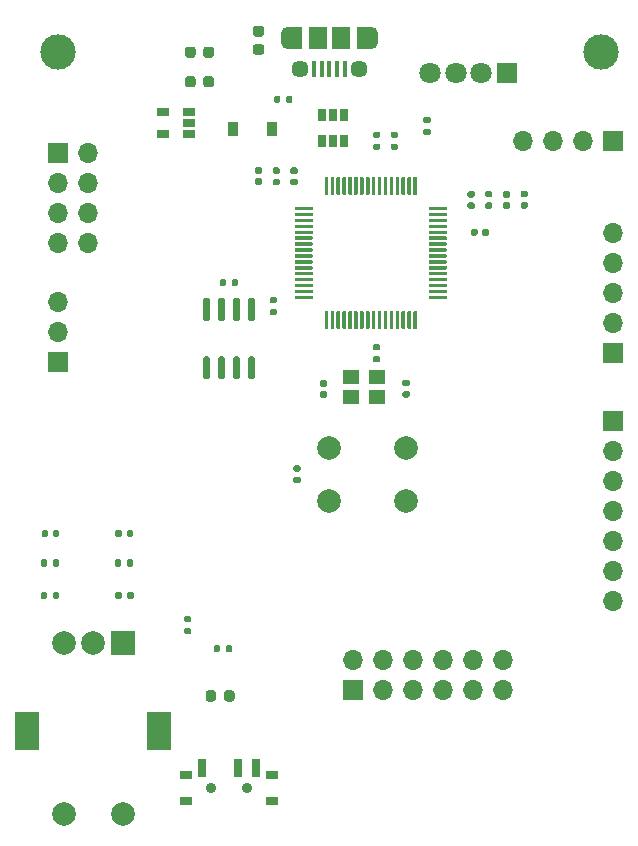
<source format=gbr>
%TF.GenerationSoftware,KiCad,Pcbnew,(5.1.10)-1*%
%TF.CreationDate,2021-11-12T17:46:38-08:00*%
%TF.ProjectId,mouse_proj,6d6f7573-655f-4707-926f-6a2e6b696361,rev?*%
%TF.SameCoordinates,Original*%
%TF.FileFunction,Soldermask,Top*%
%TF.FilePolarity,Negative*%
%FSLAX46Y46*%
G04 Gerber Fmt 4.6, Leading zero omitted, Abs format (unit mm)*
G04 Created by KiCad (PCBNEW (5.1.10)-1) date 2021-11-12 17:46:38*
%MOMM*%
%LPD*%
G01*
G04 APERTURE LIST*
%ADD10C,2.000000*%
%ADD11R,1.800000X1.800000*%
%ADD12C,1.800000*%
%ADD13R,1.500000X1.900000*%
%ADD14C,1.450000*%
%ADD15R,0.400000X1.350000*%
%ADD16O,1.200000X1.900000*%
%ADD17R,1.200000X1.900000*%
%ADD18R,1.700000X1.700000*%
%ADD19O,1.700000X1.700000*%
%ADD20C,0.900000*%
%ADD21R,0.700000X1.500000*%
%ADD22R,1.000000X0.800000*%
%ADD23R,2.000000X3.200000*%
%ADD24R,2.000000X2.000000*%
%ADD25C,3.000000*%
%ADD26R,0.650000X1.060000*%
%ADD27R,0.900000X1.200000*%
%ADD28R,1.060000X0.650000*%
%ADD29R,1.400000X1.200000*%
G04 APERTURE END LIST*
%TO.C,U3*%
G36*
G01*
X216825000Y-77450000D02*
X216675000Y-77450000D01*
G75*
G02*
X216600000Y-77375000I0J75000D01*
G01*
X216600000Y-75975000D01*
G75*
G02*
X216675000Y-75900000I75000J0D01*
G01*
X216825000Y-75900000D01*
G75*
G02*
X216900000Y-75975000I0J-75000D01*
G01*
X216900000Y-77375000D01*
G75*
G02*
X216825000Y-77450000I-75000J0D01*
G01*
G37*
G36*
G01*
X217325000Y-77450000D02*
X217175000Y-77450000D01*
G75*
G02*
X217100000Y-77375000I0J75000D01*
G01*
X217100000Y-75975000D01*
G75*
G02*
X217175000Y-75900000I75000J0D01*
G01*
X217325000Y-75900000D01*
G75*
G02*
X217400000Y-75975000I0J-75000D01*
G01*
X217400000Y-77375000D01*
G75*
G02*
X217325000Y-77450000I-75000J0D01*
G01*
G37*
G36*
G01*
X217825000Y-77450000D02*
X217675000Y-77450000D01*
G75*
G02*
X217600000Y-77375000I0J75000D01*
G01*
X217600000Y-75975000D01*
G75*
G02*
X217675000Y-75900000I75000J0D01*
G01*
X217825000Y-75900000D01*
G75*
G02*
X217900000Y-75975000I0J-75000D01*
G01*
X217900000Y-77375000D01*
G75*
G02*
X217825000Y-77450000I-75000J0D01*
G01*
G37*
G36*
G01*
X218325000Y-77450000D02*
X218175000Y-77450000D01*
G75*
G02*
X218100000Y-77375000I0J75000D01*
G01*
X218100000Y-75975000D01*
G75*
G02*
X218175000Y-75900000I75000J0D01*
G01*
X218325000Y-75900000D01*
G75*
G02*
X218400000Y-75975000I0J-75000D01*
G01*
X218400000Y-77375000D01*
G75*
G02*
X218325000Y-77450000I-75000J0D01*
G01*
G37*
G36*
G01*
X218825000Y-77450000D02*
X218675000Y-77450000D01*
G75*
G02*
X218600000Y-77375000I0J75000D01*
G01*
X218600000Y-75975000D01*
G75*
G02*
X218675000Y-75900000I75000J0D01*
G01*
X218825000Y-75900000D01*
G75*
G02*
X218900000Y-75975000I0J-75000D01*
G01*
X218900000Y-77375000D01*
G75*
G02*
X218825000Y-77450000I-75000J0D01*
G01*
G37*
G36*
G01*
X219325000Y-77450000D02*
X219175000Y-77450000D01*
G75*
G02*
X219100000Y-77375000I0J75000D01*
G01*
X219100000Y-75975000D01*
G75*
G02*
X219175000Y-75900000I75000J0D01*
G01*
X219325000Y-75900000D01*
G75*
G02*
X219400000Y-75975000I0J-75000D01*
G01*
X219400000Y-77375000D01*
G75*
G02*
X219325000Y-77450000I-75000J0D01*
G01*
G37*
G36*
G01*
X219825000Y-77450000D02*
X219675000Y-77450000D01*
G75*
G02*
X219600000Y-77375000I0J75000D01*
G01*
X219600000Y-75975000D01*
G75*
G02*
X219675000Y-75900000I75000J0D01*
G01*
X219825000Y-75900000D01*
G75*
G02*
X219900000Y-75975000I0J-75000D01*
G01*
X219900000Y-77375000D01*
G75*
G02*
X219825000Y-77450000I-75000J0D01*
G01*
G37*
G36*
G01*
X220325000Y-77450000D02*
X220175000Y-77450000D01*
G75*
G02*
X220100000Y-77375000I0J75000D01*
G01*
X220100000Y-75975000D01*
G75*
G02*
X220175000Y-75900000I75000J0D01*
G01*
X220325000Y-75900000D01*
G75*
G02*
X220400000Y-75975000I0J-75000D01*
G01*
X220400000Y-77375000D01*
G75*
G02*
X220325000Y-77450000I-75000J0D01*
G01*
G37*
G36*
G01*
X220825000Y-77450000D02*
X220675000Y-77450000D01*
G75*
G02*
X220600000Y-77375000I0J75000D01*
G01*
X220600000Y-75975000D01*
G75*
G02*
X220675000Y-75900000I75000J0D01*
G01*
X220825000Y-75900000D01*
G75*
G02*
X220900000Y-75975000I0J-75000D01*
G01*
X220900000Y-77375000D01*
G75*
G02*
X220825000Y-77450000I-75000J0D01*
G01*
G37*
G36*
G01*
X221325000Y-77450000D02*
X221175000Y-77450000D01*
G75*
G02*
X221100000Y-77375000I0J75000D01*
G01*
X221100000Y-75975000D01*
G75*
G02*
X221175000Y-75900000I75000J0D01*
G01*
X221325000Y-75900000D01*
G75*
G02*
X221400000Y-75975000I0J-75000D01*
G01*
X221400000Y-77375000D01*
G75*
G02*
X221325000Y-77450000I-75000J0D01*
G01*
G37*
G36*
G01*
X221825000Y-77450000D02*
X221675000Y-77450000D01*
G75*
G02*
X221600000Y-77375000I0J75000D01*
G01*
X221600000Y-75975000D01*
G75*
G02*
X221675000Y-75900000I75000J0D01*
G01*
X221825000Y-75900000D01*
G75*
G02*
X221900000Y-75975000I0J-75000D01*
G01*
X221900000Y-77375000D01*
G75*
G02*
X221825000Y-77450000I-75000J0D01*
G01*
G37*
G36*
G01*
X222325000Y-77450000D02*
X222175000Y-77450000D01*
G75*
G02*
X222100000Y-77375000I0J75000D01*
G01*
X222100000Y-75975000D01*
G75*
G02*
X222175000Y-75900000I75000J0D01*
G01*
X222325000Y-75900000D01*
G75*
G02*
X222400000Y-75975000I0J-75000D01*
G01*
X222400000Y-77375000D01*
G75*
G02*
X222325000Y-77450000I-75000J0D01*
G01*
G37*
G36*
G01*
X222825000Y-77450000D02*
X222675000Y-77450000D01*
G75*
G02*
X222600000Y-77375000I0J75000D01*
G01*
X222600000Y-75975000D01*
G75*
G02*
X222675000Y-75900000I75000J0D01*
G01*
X222825000Y-75900000D01*
G75*
G02*
X222900000Y-75975000I0J-75000D01*
G01*
X222900000Y-77375000D01*
G75*
G02*
X222825000Y-77450000I-75000J0D01*
G01*
G37*
G36*
G01*
X223325000Y-77450000D02*
X223175000Y-77450000D01*
G75*
G02*
X223100000Y-77375000I0J75000D01*
G01*
X223100000Y-75975000D01*
G75*
G02*
X223175000Y-75900000I75000J0D01*
G01*
X223325000Y-75900000D01*
G75*
G02*
X223400000Y-75975000I0J-75000D01*
G01*
X223400000Y-77375000D01*
G75*
G02*
X223325000Y-77450000I-75000J0D01*
G01*
G37*
G36*
G01*
X223825000Y-77450000D02*
X223675000Y-77450000D01*
G75*
G02*
X223600000Y-77375000I0J75000D01*
G01*
X223600000Y-75975000D01*
G75*
G02*
X223675000Y-75900000I75000J0D01*
G01*
X223825000Y-75900000D01*
G75*
G02*
X223900000Y-75975000I0J-75000D01*
G01*
X223900000Y-77375000D01*
G75*
G02*
X223825000Y-77450000I-75000J0D01*
G01*
G37*
G36*
G01*
X224325000Y-77450000D02*
X224175000Y-77450000D01*
G75*
G02*
X224100000Y-77375000I0J75000D01*
G01*
X224100000Y-75975000D01*
G75*
G02*
X224175000Y-75900000I75000J0D01*
G01*
X224325000Y-75900000D01*
G75*
G02*
X224400000Y-75975000I0J-75000D01*
G01*
X224400000Y-77375000D01*
G75*
G02*
X224325000Y-77450000I-75000J0D01*
G01*
G37*
G36*
G01*
X226875000Y-74900000D02*
X225475000Y-74900000D01*
G75*
G02*
X225400000Y-74825000I0J75000D01*
G01*
X225400000Y-74675000D01*
G75*
G02*
X225475000Y-74600000I75000J0D01*
G01*
X226875000Y-74600000D01*
G75*
G02*
X226950000Y-74675000I0J-75000D01*
G01*
X226950000Y-74825000D01*
G75*
G02*
X226875000Y-74900000I-75000J0D01*
G01*
G37*
G36*
G01*
X226875000Y-74400000D02*
X225475000Y-74400000D01*
G75*
G02*
X225400000Y-74325000I0J75000D01*
G01*
X225400000Y-74175000D01*
G75*
G02*
X225475000Y-74100000I75000J0D01*
G01*
X226875000Y-74100000D01*
G75*
G02*
X226950000Y-74175000I0J-75000D01*
G01*
X226950000Y-74325000D01*
G75*
G02*
X226875000Y-74400000I-75000J0D01*
G01*
G37*
G36*
G01*
X226875000Y-73900000D02*
X225475000Y-73900000D01*
G75*
G02*
X225400000Y-73825000I0J75000D01*
G01*
X225400000Y-73675000D01*
G75*
G02*
X225475000Y-73600000I75000J0D01*
G01*
X226875000Y-73600000D01*
G75*
G02*
X226950000Y-73675000I0J-75000D01*
G01*
X226950000Y-73825000D01*
G75*
G02*
X226875000Y-73900000I-75000J0D01*
G01*
G37*
G36*
G01*
X226875000Y-73400000D02*
X225475000Y-73400000D01*
G75*
G02*
X225400000Y-73325000I0J75000D01*
G01*
X225400000Y-73175000D01*
G75*
G02*
X225475000Y-73100000I75000J0D01*
G01*
X226875000Y-73100000D01*
G75*
G02*
X226950000Y-73175000I0J-75000D01*
G01*
X226950000Y-73325000D01*
G75*
G02*
X226875000Y-73400000I-75000J0D01*
G01*
G37*
G36*
G01*
X226875000Y-72900000D02*
X225475000Y-72900000D01*
G75*
G02*
X225400000Y-72825000I0J75000D01*
G01*
X225400000Y-72675000D01*
G75*
G02*
X225475000Y-72600000I75000J0D01*
G01*
X226875000Y-72600000D01*
G75*
G02*
X226950000Y-72675000I0J-75000D01*
G01*
X226950000Y-72825000D01*
G75*
G02*
X226875000Y-72900000I-75000J0D01*
G01*
G37*
G36*
G01*
X226875000Y-72400000D02*
X225475000Y-72400000D01*
G75*
G02*
X225400000Y-72325000I0J75000D01*
G01*
X225400000Y-72175000D01*
G75*
G02*
X225475000Y-72100000I75000J0D01*
G01*
X226875000Y-72100000D01*
G75*
G02*
X226950000Y-72175000I0J-75000D01*
G01*
X226950000Y-72325000D01*
G75*
G02*
X226875000Y-72400000I-75000J0D01*
G01*
G37*
G36*
G01*
X226875000Y-71900000D02*
X225475000Y-71900000D01*
G75*
G02*
X225400000Y-71825000I0J75000D01*
G01*
X225400000Y-71675000D01*
G75*
G02*
X225475000Y-71600000I75000J0D01*
G01*
X226875000Y-71600000D01*
G75*
G02*
X226950000Y-71675000I0J-75000D01*
G01*
X226950000Y-71825000D01*
G75*
G02*
X226875000Y-71900000I-75000J0D01*
G01*
G37*
G36*
G01*
X226875000Y-71400000D02*
X225475000Y-71400000D01*
G75*
G02*
X225400000Y-71325000I0J75000D01*
G01*
X225400000Y-71175000D01*
G75*
G02*
X225475000Y-71100000I75000J0D01*
G01*
X226875000Y-71100000D01*
G75*
G02*
X226950000Y-71175000I0J-75000D01*
G01*
X226950000Y-71325000D01*
G75*
G02*
X226875000Y-71400000I-75000J0D01*
G01*
G37*
G36*
G01*
X226875000Y-70900000D02*
X225475000Y-70900000D01*
G75*
G02*
X225400000Y-70825000I0J75000D01*
G01*
X225400000Y-70675000D01*
G75*
G02*
X225475000Y-70600000I75000J0D01*
G01*
X226875000Y-70600000D01*
G75*
G02*
X226950000Y-70675000I0J-75000D01*
G01*
X226950000Y-70825000D01*
G75*
G02*
X226875000Y-70900000I-75000J0D01*
G01*
G37*
G36*
G01*
X226875000Y-70400000D02*
X225475000Y-70400000D01*
G75*
G02*
X225400000Y-70325000I0J75000D01*
G01*
X225400000Y-70175000D01*
G75*
G02*
X225475000Y-70100000I75000J0D01*
G01*
X226875000Y-70100000D01*
G75*
G02*
X226950000Y-70175000I0J-75000D01*
G01*
X226950000Y-70325000D01*
G75*
G02*
X226875000Y-70400000I-75000J0D01*
G01*
G37*
G36*
G01*
X226875000Y-69900000D02*
X225475000Y-69900000D01*
G75*
G02*
X225400000Y-69825000I0J75000D01*
G01*
X225400000Y-69675000D01*
G75*
G02*
X225475000Y-69600000I75000J0D01*
G01*
X226875000Y-69600000D01*
G75*
G02*
X226950000Y-69675000I0J-75000D01*
G01*
X226950000Y-69825000D01*
G75*
G02*
X226875000Y-69900000I-75000J0D01*
G01*
G37*
G36*
G01*
X226875000Y-69400000D02*
X225475000Y-69400000D01*
G75*
G02*
X225400000Y-69325000I0J75000D01*
G01*
X225400000Y-69175000D01*
G75*
G02*
X225475000Y-69100000I75000J0D01*
G01*
X226875000Y-69100000D01*
G75*
G02*
X226950000Y-69175000I0J-75000D01*
G01*
X226950000Y-69325000D01*
G75*
G02*
X226875000Y-69400000I-75000J0D01*
G01*
G37*
G36*
G01*
X226875000Y-68900000D02*
X225475000Y-68900000D01*
G75*
G02*
X225400000Y-68825000I0J75000D01*
G01*
X225400000Y-68675000D01*
G75*
G02*
X225475000Y-68600000I75000J0D01*
G01*
X226875000Y-68600000D01*
G75*
G02*
X226950000Y-68675000I0J-75000D01*
G01*
X226950000Y-68825000D01*
G75*
G02*
X226875000Y-68900000I-75000J0D01*
G01*
G37*
G36*
G01*
X226875000Y-68400000D02*
X225475000Y-68400000D01*
G75*
G02*
X225400000Y-68325000I0J75000D01*
G01*
X225400000Y-68175000D01*
G75*
G02*
X225475000Y-68100000I75000J0D01*
G01*
X226875000Y-68100000D01*
G75*
G02*
X226950000Y-68175000I0J-75000D01*
G01*
X226950000Y-68325000D01*
G75*
G02*
X226875000Y-68400000I-75000J0D01*
G01*
G37*
G36*
G01*
X226875000Y-67900000D02*
X225475000Y-67900000D01*
G75*
G02*
X225400000Y-67825000I0J75000D01*
G01*
X225400000Y-67675000D01*
G75*
G02*
X225475000Y-67600000I75000J0D01*
G01*
X226875000Y-67600000D01*
G75*
G02*
X226950000Y-67675000I0J-75000D01*
G01*
X226950000Y-67825000D01*
G75*
G02*
X226875000Y-67900000I-75000J0D01*
G01*
G37*
G36*
G01*
X226875000Y-67400000D02*
X225475000Y-67400000D01*
G75*
G02*
X225400000Y-67325000I0J75000D01*
G01*
X225400000Y-67175000D01*
G75*
G02*
X225475000Y-67100000I75000J0D01*
G01*
X226875000Y-67100000D01*
G75*
G02*
X226950000Y-67175000I0J-75000D01*
G01*
X226950000Y-67325000D01*
G75*
G02*
X226875000Y-67400000I-75000J0D01*
G01*
G37*
G36*
G01*
X224325000Y-66100000D02*
X224175000Y-66100000D01*
G75*
G02*
X224100000Y-66025000I0J75000D01*
G01*
X224100000Y-64625000D01*
G75*
G02*
X224175000Y-64550000I75000J0D01*
G01*
X224325000Y-64550000D01*
G75*
G02*
X224400000Y-64625000I0J-75000D01*
G01*
X224400000Y-66025000D01*
G75*
G02*
X224325000Y-66100000I-75000J0D01*
G01*
G37*
G36*
G01*
X223825000Y-66100000D02*
X223675000Y-66100000D01*
G75*
G02*
X223600000Y-66025000I0J75000D01*
G01*
X223600000Y-64625000D01*
G75*
G02*
X223675000Y-64550000I75000J0D01*
G01*
X223825000Y-64550000D01*
G75*
G02*
X223900000Y-64625000I0J-75000D01*
G01*
X223900000Y-66025000D01*
G75*
G02*
X223825000Y-66100000I-75000J0D01*
G01*
G37*
G36*
G01*
X223325000Y-66100000D02*
X223175000Y-66100000D01*
G75*
G02*
X223100000Y-66025000I0J75000D01*
G01*
X223100000Y-64625000D01*
G75*
G02*
X223175000Y-64550000I75000J0D01*
G01*
X223325000Y-64550000D01*
G75*
G02*
X223400000Y-64625000I0J-75000D01*
G01*
X223400000Y-66025000D01*
G75*
G02*
X223325000Y-66100000I-75000J0D01*
G01*
G37*
G36*
G01*
X222825000Y-66100000D02*
X222675000Y-66100000D01*
G75*
G02*
X222600000Y-66025000I0J75000D01*
G01*
X222600000Y-64625000D01*
G75*
G02*
X222675000Y-64550000I75000J0D01*
G01*
X222825000Y-64550000D01*
G75*
G02*
X222900000Y-64625000I0J-75000D01*
G01*
X222900000Y-66025000D01*
G75*
G02*
X222825000Y-66100000I-75000J0D01*
G01*
G37*
G36*
G01*
X222325000Y-66100000D02*
X222175000Y-66100000D01*
G75*
G02*
X222100000Y-66025000I0J75000D01*
G01*
X222100000Y-64625000D01*
G75*
G02*
X222175000Y-64550000I75000J0D01*
G01*
X222325000Y-64550000D01*
G75*
G02*
X222400000Y-64625000I0J-75000D01*
G01*
X222400000Y-66025000D01*
G75*
G02*
X222325000Y-66100000I-75000J0D01*
G01*
G37*
G36*
G01*
X221825000Y-66100000D02*
X221675000Y-66100000D01*
G75*
G02*
X221600000Y-66025000I0J75000D01*
G01*
X221600000Y-64625000D01*
G75*
G02*
X221675000Y-64550000I75000J0D01*
G01*
X221825000Y-64550000D01*
G75*
G02*
X221900000Y-64625000I0J-75000D01*
G01*
X221900000Y-66025000D01*
G75*
G02*
X221825000Y-66100000I-75000J0D01*
G01*
G37*
G36*
G01*
X221325000Y-66100000D02*
X221175000Y-66100000D01*
G75*
G02*
X221100000Y-66025000I0J75000D01*
G01*
X221100000Y-64625000D01*
G75*
G02*
X221175000Y-64550000I75000J0D01*
G01*
X221325000Y-64550000D01*
G75*
G02*
X221400000Y-64625000I0J-75000D01*
G01*
X221400000Y-66025000D01*
G75*
G02*
X221325000Y-66100000I-75000J0D01*
G01*
G37*
G36*
G01*
X220825000Y-66100000D02*
X220675000Y-66100000D01*
G75*
G02*
X220600000Y-66025000I0J75000D01*
G01*
X220600000Y-64625000D01*
G75*
G02*
X220675000Y-64550000I75000J0D01*
G01*
X220825000Y-64550000D01*
G75*
G02*
X220900000Y-64625000I0J-75000D01*
G01*
X220900000Y-66025000D01*
G75*
G02*
X220825000Y-66100000I-75000J0D01*
G01*
G37*
G36*
G01*
X220325000Y-66100000D02*
X220175000Y-66100000D01*
G75*
G02*
X220100000Y-66025000I0J75000D01*
G01*
X220100000Y-64625000D01*
G75*
G02*
X220175000Y-64550000I75000J0D01*
G01*
X220325000Y-64550000D01*
G75*
G02*
X220400000Y-64625000I0J-75000D01*
G01*
X220400000Y-66025000D01*
G75*
G02*
X220325000Y-66100000I-75000J0D01*
G01*
G37*
G36*
G01*
X219825000Y-66100000D02*
X219675000Y-66100000D01*
G75*
G02*
X219600000Y-66025000I0J75000D01*
G01*
X219600000Y-64625000D01*
G75*
G02*
X219675000Y-64550000I75000J0D01*
G01*
X219825000Y-64550000D01*
G75*
G02*
X219900000Y-64625000I0J-75000D01*
G01*
X219900000Y-66025000D01*
G75*
G02*
X219825000Y-66100000I-75000J0D01*
G01*
G37*
G36*
G01*
X219325000Y-66100000D02*
X219175000Y-66100000D01*
G75*
G02*
X219100000Y-66025000I0J75000D01*
G01*
X219100000Y-64625000D01*
G75*
G02*
X219175000Y-64550000I75000J0D01*
G01*
X219325000Y-64550000D01*
G75*
G02*
X219400000Y-64625000I0J-75000D01*
G01*
X219400000Y-66025000D01*
G75*
G02*
X219325000Y-66100000I-75000J0D01*
G01*
G37*
G36*
G01*
X218825000Y-66100000D02*
X218675000Y-66100000D01*
G75*
G02*
X218600000Y-66025000I0J75000D01*
G01*
X218600000Y-64625000D01*
G75*
G02*
X218675000Y-64550000I75000J0D01*
G01*
X218825000Y-64550000D01*
G75*
G02*
X218900000Y-64625000I0J-75000D01*
G01*
X218900000Y-66025000D01*
G75*
G02*
X218825000Y-66100000I-75000J0D01*
G01*
G37*
G36*
G01*
X218325000Y-66100000D02*
X218175000Y-66100000D01*
G75*
G02*
X218100000Y-66025000I0J75000D01*
G01*
X218100000Y-64625000D01*
G75*
G02*
X218175000Y-64550000I75000J0D01*
G01*
X218325000Y-64550000D01*
G75*
G02*
X218400000Y-64625000I0J-75000D01*
G01*
X218400000Y-66025000D01*
G75*
G02*
X218325000Y-66100000I-75000J0D01*
G01*
G37*
G36*
G01*
X217825000Y-66100000D02*
X217675000Y-66100000D01*
G75*
G02*
X217600000Y-66025000I0J75000D01*
G01*
X217600000Y-64625000D01*
G75*
G02*
X217675000Y-64550000I75000J0D01*
G01*
X217825000Y-64550000D01*
G75*
G02*
X217900000Y-64625000I0J-75000D01*
G01*
X217900000Y-66025000D01*
G75*
G02*
X217825000Y-66100000I-75000J0D01*
G01*
G37*
G36*
G01*
X217325000Y-66100000D02*
X217175000Y-66100000D01*
G75*
G02*
X217100000Y-66025000I0J75000D01*
G01*
X217100000Y-64625000D01*
G75*
G02*
X217175000Y-64550000I75000J0D01*
G01*
X217325000Y-64550000D01*
G75*
G02*
X217400000Y-64625000I0J-75000D01*
G01*
X217400000Y-66025000D01*
G75*
G02*
X217325000Y-66100000I-75000J0D01*
G01*
G37*
G36*
G01*
X216825000Y-66100000D02*
X216675000Y-66100000D01*
G75*
G02*
X216600000Y-66025000I0J75000D01*
G01*
X216600000Y-64625000D01*
G75*
G02*
X216675000Y-64550000I75000J0D01*
G01*
X216825000Y-64550000D01*
G75*
G02*
X216900000Y-64625000I0J-75000D01*
G01*
X216900000Y-66025000D01*
G75*
G02*
X216825000Y-66100000I-75000J0D01*
G01*
G37*
G36*
G01*
X215525000Y-67400000D02*
X214125000Y-67400000D01*
G75*
G02*
X214050000Y-67325000I0J75000D01*
G01*
X214050000Y-67175000D01*
G75*
G02*
X214125000Y-67100000I75000J0D01*
G01*
X215525000Y-67100000D01*
G75*
G02*
X215600000Y-67175000I0J-75000D01*
G01*
X215600000Y-67325000D01*
G75*
G02*
X215525000Y-67400000I-75000J0D01*
G01*
G37*
G36*
G01*
X215525000Y-67900000D02*
X214125000Y-67900000D01*
G75*
G02*
X214050000Y-67825000I0J75000D01*
G01*
X214050000Y-67675000D01*
G75*
G02*
X214125000Y-67600000I75000J0D01*
G01*
X215525000Y-67600000D01*
G75*
G02*
X215600000Y-67675000I0J-75000D01*
G01*
X215600000Y-67825000D01*
G75*
G02*
X215525000Y-67900000I-75000J0D01*
G01*
G37*
G36*
G01*
X215525000Y-68400000D02*
X214125000Y-68400000D01*
G75*
G02*
X214050000Y-68325000I0J75000D01*
G01*
X214050000Y-68175000D01*
G75*
G02*
X214125000Y-68100000I75000J0D01*
G01*
X215525000Y-68100000D01*
G75*
G02*
X215600000Y-68175000I0J-75000D01*
G01*
X215600000Y-68325000D01*
G75*
G02*
X215525000Y-68400000I-75000J0D01*
G01*
G37*
G36*
G01*
X215525000Y-68900000D02*
X214125000Y-68900000D01*
G75*
G02*
X214050000Y-68825000I0J75000D01*
G01*
X214050000Y-68675000D01*
G75*
G02*
X214125000Y-68600000I75000J0D01*
G01*
X215525000Y-68600000D01*
G75*
G02*
X215600000Y-68675000I0J-75000D01*
G01*
X215600000Y-68825000D01*
G75*
G02*
X215525000Y-68900000I-75000J0D01*
G01*
G37*
G36*
G01*
X215525000Y-69400000D02*
X214125000Y-69400000D01*
G75*
G02*
X214050000Y-69325000I0J75000D01*
G01*
X214050000Y-69175000D01*
G75*
G02*
X214125000Y-69100000I75000J0D01*
G01*
X215525000Y-69100000D01*
G75*
G02*
X215600000Y-69175000I0J-75000D01*
G01*
X215600000Y-69325000D01*
G75*
G02*
X215525000Y-69400000I-75000J0D01*
G01*
G37*
G36*
G01*
X215525000Y-69900000D02*
X214125000Y-69900000D01*
G75*
G02*
X214050000Y-69825000I0J75000D01*
G01*
X214050000Y-69675000D01*
G75*
G02*
X214125000Y-69600000I75000J0D01*
G01*
X215525000Y-69600000D01*
G75*
G02*
X215600000Y-69675000I0J-75000D01*
G01*
X215600000Y-69825000D01*
G75*
G02*
X215525000Y-69900000I-75000J0D01*
G01*
G37*
G36*
G01*
X215525000Y-70400000D02*
X214125000Y-70400000D01*
G75*
G02*
X214050000Y-70325000I0J75000D01*
G01*
X214050000Y-70175000D01*
G75*
G02*
X214125000Y-70100000I75000J0D01*
G01*
X215525000Y-70100000D01*
G75*
G02*
X215600000Y-70175000I0J-75000D01*
G01*
X215600000Y-70325000D01*
G75*
G02*
X215525000Y-70400000I-75000J0D01*
G01*
G37*
G36*
G01*
X215525000Y-70900000D02*
X214125000Y-70900000D01*
G75*
G02*
X214050000Y-70825000I0J75000D01*
G01*
X214050000Y-70675000D01*
G75*
G02*
X214125000Y-70600000I75000J0D01*
G01*
X215525000Y-70600000D01*
G75*
G02*
X215600000Y-70675000I0J-75000D01*
G01*
X215600000Y-70825000D01*
G75*
G02*
X215525000Y-70900000I-75000J0D01*
G01*
G37*
G36*
G01*
X215525000Y-71400000D02*
X214125000Y-71400000D01*
G75*
G02*
X214050000Y-71325000I0J75000D01*
G01*
X214050000Y-71175000D01*
G75*
G02*
X214125000Y-71100000I75000J0D01*
G01*
X215525000Y-71100000D01*
G75*
G02*
X215600000Y-71175000I0J-75000D01*
G01*
X215600000Y-71325000D01*
G75*
G02*
X215525000Y-71400000I-75000J0D01*
G01*
G37*
G36*
G01*
X215525000Y-71900000D02*
X214125000Y-71900000D01*
G75*
G02*
X214050000Y-71825000I0J75000D01*
G01*
X214050000Y-71675000D01*
G75*
G02*
X214125000Y-71600000I75000J0D01*
G01*
X215525000Y-71600000D01*
G75*
G02*
X215600000Y-71675000I0J-75000D01*
G01*
X215600000Y-71825000D01*
G75*
G02*
X215525000Y-71900000I-75000J0D01*
G01*
G37*
G36*
G01*
X215525000Y-72400000D02*
X214125000Y-72400000D01*
G75*
G02*
X214050000Y-72325000I0J75000D01*
G01*
X214050000Y-72175000D01*
G75*
G02*
X214125000Y-72100000I75000J0D01*
G01*
X215525000Y-72100000D01*
G75*
G02*
X215600000Y-72175000I0J-75000D01*
G01*
X215600000Y-72325000D01*
G75*
G02*
X215525000Y-72400000I-75000J0D01*
G01*
G37*
G36*
G01*
X215525000Y-72900000D02*
X214125000Y-72900000D01*
G75*
G02*
X214050000Y-72825000I0J75000D01*
G01*
X214050000Y-72675000D01*
G75*
G02*
X214125000Y-72600000I75000J0D01*
G01*
X215525000Y-72600000D01*
G75*
G02*
X215600000Y-72675000I0J-75000D01*
G01*
X215600000Y-72825000D01*
G75*
G02*
X215525000Y-72900000I-75000J0D01*
G01*
G37*
G36*
G01*
X215525000Y-73400000D02*
X214125000Y-73400000D01*
G75*
G02*
X214050000Y-73325000I0J75000D01*
G01*
X214050000Y-73175000D01*
G75*
G02*
X214125000Y-73100000I75000J0D01*
G01*
X215525000Y-73100000D01*
G75*
G02*
X215600000Y-73175000I0J-75000D01*
G01*
X215600000Y-73325000D01*
G75*
G02*
X215525000Y-73400000I-75000J0D01*
G01*
G37*
G36*
G01*
X215525000Y-73900000D02*
X214125000Y-73900000D01*
G75*
G02*
X214050000Y-73825000I0J75000D01*
G01*
X214050000Y-73675000D01*
G75*
G02*
X214125000Y-73600000I75000J0D01*
G01*
X215525000Y-73600000D01*
G75*
G02*
X215600000Y-73675000I0J-75000D01*
G01*
X215600000Y-73825000D01*
G75*
G02*
X215525000Y-73900000I-75000J0D01*
G01*
G37*
G36*
G01*
X215525000Y-74400000D02*
X214125000Y-74400000D01*
G75*
G02*
X214050000Y-74325000I0J75000D01*
G01*
X214050000Y-74175000D01*
G75*
G02*
X214125000Y-74100000I75000J0D01*
G01*
X215525000Y-74100000D01*
G75*
G02*
X215600000Y-74175000I0J-75000D01*
G01*
X215600000Y-74325000D01*
G75*
G02*
X215525000Y-74400000I-75000J0D01*
G01*
G37*
G36*
G01*
X215525000Y-74900000D02*
X214125000Y-74900000D01*
G75*
G02*
X214050000Y-74825000I0J75000D01*
G01*
X214050000Y-74675000D01*
G75*
G02*
X214125000Y-74600000I75000J0D01*
G01*
X215525000Y-74600000D01*
G75*
G02*
X215600000Y-74675000I0J-75000D01*
G01*
X215600000Y-74825000D01*
G75*
G02*
X215525000Y-74900000I-75000J0D01*
G01*
G37*
%TD*%
D10*
%TO.C,SW2*%
X223500000Y-87500000D03*
X223500000Y-92000000D03*
X217000000Y-87500000D03*
X217000000Y-92000000D03*
%TD*%
%TO.C,C14*%
G36*
G01*
X230330000Y-66700000D02*
X230670000Y-66700000D01*
G75*
G02*
X230810000Y-66840000I0J-140000D01*
G01*
X230810000Y-67120000D01*
G75*
G02*
X230670000Y-67260000I-140000J0D01*
G01*
X230330000Y-67260000D01*
G75*
G02*
X230190000Y-67120000I0J140000D01*
G01*
X230190000Y-66840000D01*
G75*
G02*
X230330000Y-66700000I140000J0D01*
G01*
G37*
G36*
G01*
X230330000Y-65740000D02*
X230670000Y-65740000D01*
G75*
G02*
X230810000Y-65880000I0J-140000D01*
G01*
X230810000Y-66160000D01*
G75*
G02*
X230670000Y-66300000I-140000J0D01*
G01*
X230330000Y-66300000D01*
G75*
G02*
X230190000Y-66160000I0J140000D01*
G01*
X230190000Y-65880000D01*
G75*
G02*
X230330000Y-65740000I140000J0D01*
G01*
G37*
%TD*%
%TO.C,C11*%
G36*
G01*
X231830000Y-65760000D02*
X232170000Y-65760000D01*
G75*
G02*
X232310000Y-65900000I0J-140000D01*
G01*
X232310000Y-66180000D01*
G75*
G02*
X232170000Y-66320000I-140000J0D01*
G01*
X231830000Y-66320000D01*
G75*
G02*
X231690000Y-66180000I0J140000D01*
G01*
X231690000Y-65900000D01*
G75*
G02*
X231830000Y-65760000I140000J0D01*
G01*
G37*
G36*
G01*
X231830000Y-66720000D02*
X232170000Y-66720000D01*
G75*
G02*
X232310000Y-66860000I0J-140000D01*
G01*
X232310000Y-67140000D01*
G75*
G02*
X232170000Y-67280000I-140000J0D01*
G01*
X231830000Y-67280000D01*
G75*
G02*
X231690000Y-67140000I0J140000D01*
G01*
X231690000Y-66860000D01*
G75*
G02*
X231830000Y-66720000I140000J0D01*
G01*
G37*
%TD*%
%TO.C,C12*%
G36*
G01*
X233330000Y-66680000D02*
X233670000Y-66680000D01*
G75*
G02*
X233810000Y-66820000I0J-140000D01*
G01*
X233810000Y-67100000D01*
G75*
G02*
X233670000Y-67240000I-140000J0D01*
G01*
X233330000Y-67240000D01*
G75*
G02*
X233190000Y-67100000I0J140000D01*
G01*
X233190000Y-66820000D01*
G75*
G02*
X233330000Y-66680000I140000J0D01*
G01*
G37*
G36*
G01*
X233330000Y-65720000D02*
X233670000Y-65720000D01*
G75*
G02*
X233810000Y-65860000I0J-140000D01*
G01*
X233810000Y-66140000D01*
G75*
G02*
X233670000Y-66280000I-140000J0D01*
G01*
X233330000Y-66280000D01*
G75*
G02*
X233190000Y-66140000I0J140000D01*
G01*
X233190000Y-65860000D01*
G75*
G02*
X233330000Y-65720000I140000J0D01*
G01*
G37*
%TD*%
%TO.C,C13*%
G36*
G01*
X211170000Y-65240000D02*
X210830000Y-65240000D01*
G75*
G02*
X210690000Y-65100000I0J140000D01*
G01*
X210690000Y-64820000D01*
G75*
G02*
X210830000Y-64680000I140000J0D01*
G01*
X211170000Y-64680000D01*
G75*
G02*
X211310000Y-64820000I0J-140000D01*
G01*
X211310000Y-65100000D01*
G75*
G02*
X211170000Y-65240000I-140000J0D01*
G01*
G37*
G36*
G01*
X211170000Y-64280000D02*
X210830000Y-64280000D01*
G75*
G02*
X210690000Y-64140000I0J140000D01*
G01*
X210690000Y-63860000D01*
G75*
G02*
X210830000Y-63720000I140000J0D01*
G01*
X211170000Y-63720000D01*
G75*
G02*
X211310000Y-63860000I0J-140000D01*
G01*
X211310000Y-64140000D01*
G75*
G02*
X211170000Y-64280000I-140000J0D01*
G01*
G37*
%TD*%
%TO.C,C9*%
G36*
G01*
X212670000Y-65280000D02*
X212330000Y-65280000D01*
G75*
G02*
X212190000Y-65140000I0J140000D01*
G01*
X212190000Y-64860000D01*
G75*
G02*
X212330000Y-64720000I140000J0D01*
G01*
X212670000Y-64720000D01*
G75*
G02*
X212810000Y-64860000I0J-140000D01*
G01*
X212810000Y-65140000D01*
G75*
G02*
X212670000Y-65280000I-140000J0D01*
G01*
G37*
G36*
G01*
X212670000Y-64320000D02*
X212330000Y-64320000D01*
G75*
G02*
X212190000Y-64180000I0J140000D01*
G01*
X212190000Y-63900000D01*
G75*
G02*
X212330000Y-63760000I140000J0D01*
G01*
X212670000Y-63760000D01*
G75*
G02*
X212810000Y-63900000I0J-140000D01*
G01*
X212810000Y-64180000D01*
G75*
G02*
X212670000Y-64320000I-140000J0D01*
G01*
G37*
%TD*%
%TO.C,C10*%
G36*
G01*
X214170000Y-64320000D02*
X213830000Y-64320000D01*
G75*
G02*
X213690000Y-64180000I0J140000D01*
G01*
X213690000Y-63900000D01*
G75*
G02*
X213830000Y-63760000I140000J0D01*
G01*
X214170000Y-63760000D01*
G75*
G02*
X214310000Y-63900000I0J-140000D01*
G01*
X214310000Y-64180000D01*
G75*
G02*
X214170000Y-64320000I-140000J0D01*
G01*
G37*
G36*
G01*
X214170000Y-65280000D02*
X213830000Y-65280000D01*
G75*
G02*
X213690000Y-65140000I0J140000D01*
G01*
X213690000Y-64860000D01*
G75*
G02*
X213830000Y-64720000I140000J0D01*
G01*
X214170000Y-64720000D01*
G75*
G02*
X214310000Y-64860000I0J-140000D01*
G01*
X214310000Y-65140000D01*
G75*
G02*
X214170000Y-65280000I-140000J0D01*
G01*
G37*
%TD*%
%TO.C,C7*%
G36*
G01*
X228830000Y-65760000D02*
X229170000Y-65760000D01*
G75*
G02*
X229310000Y-65900000I0J-140000D01*
G01*
X229310000Y-66180000D01*
G75*
G02*
X229170000Y-66320000I-140000J0D01*
G01*
X228830000Y-66320000D01*
G75*
G02*
X228690000Y-66180000I0J140000D01*
G01*
X228690000Y-65900000D01*
G75*
G02*
X228830000Y-65760000I140000J0D01*
G01*
G37*
G36*
G01*
X228830000Y-66720000D02*
X229170000Y-66720000D01*
G75*
G02*
X229310000Y-66860000I0J-140000D01*
G01*
X229310000Y-67140000D01*
G75*
G02*
X229170000Y-67280000I-140000J0D01*
G01*
X228830000Y-67280000D01*
G75*
G02*
X228690000Y-67140000I0J140000D01*
G01*
X228690000Y-66860000D01*
G75*
G02*
X228830000Y-66720000I140000J0D01*
G01*
G37*
%TD*%
D11*
%TO.C,D2*%
X232000000Y-55750000D03*
D12*
X229841000Y-55750000D03*
X227682000Y-55750000D03*
X225523000Y-55750000D03*
%TD*%
D13*
%TO.C,J1*%
X216000000Y-52762500D03*
D14*
X219500000Y-55462500D03*
D15*
X217650000Y-55462500D03*
X218300000Y-55462500D03*
X215700000Y-55462500D03*
X216350000Y-55462500D03*
X217000000Y-55462500D03*
D14*
X214500000Y-55462500D03*
D13*
X218000000Y-52762500D03*
D16*
X220500000Y-52762500D03*
X213500000Y-52762500D03*
D17*
X214100000Y-52762500D03*
X219900000Y-52762500D03*
%TD*%
D18*
%TO.C,J2*%
X241000000Y-85250000D03*
D19*
X241000000Y-87790000D03*
X241000000Y-90330000D03*
X241000000Y-92870000D03*
X241000000Y-95410000D03*
X241000000Y-97950000D03*
X241000000Y-100490000D03*
%TD*%
D18*
%TO.C,J4*%
X194000000Y-80250000D03*
D19*
X194000000Y-77710000D03*
X194000000Y-75170000D03*
%TD*%
D18*
%TO.C,J5*%
X194000000Y-62500000D03*
D19*
X196540000Y-62500000D03*
X194000000Y-65040000D03*
X196540000Y-65040000D03*
X194000000Y-67580000D03*
X196540000Y-67580000D03*
X194000000Y-70120000D03*
X196540000Y-70120000D03*
%TD*%
D20*
%TO.C,SW1*%
X207000000Y-116330000D03*
X210000000Y-116330000D03*
D21*
X206250000Y-114570000D03*
X209250000Y-114570000D03*
X210750000Y-114570000D03*
D22*
X204850000Y-117430000D03*
X212150000Y-117430000D03*
X212150000Y-115220000D03*
X204850000Y-115220000D03*
%TD*%
D10*
%TO.C,SW3*%
X194500000Y-118500000D03*
X199500000Y-118500000D03*
D23*
X191400000Y-111500000D03*
X202600000Y-111500000D03*
D10*
X194500000Y-104000000D03*
X197000000Y-104000000D03*
D24*
X199500000Y-104000000D03*
%TD*%
D25*
%TO.C,TP1*%
X194000000Y-54000000D03*
%TD*%
%TO.C,TP2*%
X240000000Y-54000000D03*
%TD*%
D26*
%TO.C,U1*%
X216375000Y-61525000D03*
X217325000Y-61525000D03*
X218275000Y-61525000D03*
X218275000Y-59325000D03*
X216375000Y-59325000D03*
X217325000Y-59325000D03*
%TD*%
%TO.C,C1*%
G36*
G01*
X216670000Y-82320000D02*
X216330000Y-82320000D01*
G75*
G02*
X216190000Y-82180000I0J140000D01*
G01*
X216190000Y-81900000D01*
G75*
G02*
X216330000Y-81760000I140000J0D01*
G01*
X216670000Y-81760000D01*
G75*
G02*
X216810000Y-81900000I0J-140000D01*
G01*
X216810000Y-82180000D01*
G75*
G02*
X216670000Y-82320000I-140000J0D01*
G01*
G37*
G36*
G01*
X216670000Y-83280000D02*
X216330000Y-83280000D01*
G75*
G02*
X216190000Y-83140000I0J140000D01*
G01*
X216190000Y-82860000D01*
G75*
G02*
X216330000Y-82720000I140000J0D01*
G01*
X216670000Y-82720000D01*
G75*
G02*
X216810000Y-82860000I0J-140000D01*
G01*
X216810000Y-83140000D01*
G75*
G02*
X216670000Y-83280000I-140000J0D01*
G01*
G37*
%TD*%
%TO.C,C2*%
G36*
G01*
X223330000Y-81720000D02*
X223670000Y-81720000D01*
G75*
G02*
X223810000Y-81860000I0J-140000D01*
G01*
X223810000Y-82140000D01*
G75*
G02*
X223670000Y-82280000I-140000J0D01*
G01*
X223330000Y-82280000D01*
G75*
G02*
X223190000Y-82140000I0J140000D01*
G01*
X223190000Y-81860000D01*
G75*
G02*
X223330000Y-81720000I140000J0D01*
G01*
G37*
G36*
G01*
X223330000Y-82680000D02*
X223670000Y-82680000D01*
G75*
G02*
X223810000Y-82820000I0J-140000D01*
G01*
X223810000Y-83100000D01*
G75*
G02*
X223670000Y-83240000I-140000J0D01*
G01*
X223330000Y-83240000D01*
G75*
G02*
X223190000Y-83100000I0J140000D01*
G01*
X223190000Y-82820000D01*
G75*
G02*
X223330000Y-82680000I140000J0D01*
G01*
G37*
%TD*%
%TO.C,C3*%
G36*
G01*
X211250000Y-54225000D02*
X210750000Y-54225000D01*
G75*
G02*
X210525000Y-54000000I0J225000D01*
G01*
X210525000Y-53550000D01*
G75*
G02*
X210750000Y-53325000I225000J0D01*
G01*
X211250000Y-53325000D01*
G75*
G02*
X211475000Y-53550000I0J-225000D01*
G01*
X211475000Y-54000000D01*
G75*
G02*
X211250000Y-54225000I-225000J0D01*
G01*
G37*
G36*
G01*
X211250000Y-52675000D02*
X210750000Y-52675000D01*
G75*
G02*
X210525000Y-52450000I0J225000D01*
G01*
X210525000Y-52000000D01*
G75*
G02*
X210750000Y-51775000I225000J0D01*
G01*
X211250000Y-51775000D01*
G75*
G02*
X211475000Y-52000000I0J-225000D01*
G01*
X211475000Y-52450000D01*
G75*
G02*
X211250000Y-52675000I-225000J0D01*
G01*
G37*
%TD*%
%TO.C,C4*%
G36*
G01*
X205675000Y-53750000D02*
X205675000Y-54250000D01*
G75*
G02*
X205450000Y-54475000I-225000J0D01*
G01*
X205000000Y-54475000D01*
G75*
G02*
X204775000Y-54250000I0J225000D01*
G01*
X204775000Y-53750000D01*
G75*
G02*
X205000000Y-53525000I225000J0D01*
G01*
X205450000Y-53525000D01*
G75*
G02*
X205675000Y-53750000I0J-225000D01*
G01*
G37*
G36*
G01*
X207225000Y-53750000D02*
X207225000Y-54250000D01*
G75*
G02*
X207000000Y-54475000I-225000J0D01*
G01*
X206550000Y-54475000D01*
G75*
G02*
X206325000Y-54250000I0J225000D01*
G01*
X206325000Y-53750000D01*
G75*
G02*
X206550000Y-53525000I225000J0D01*
G01*
X207000000Y-53525000D01*
G75*
G02*
X207225000Y-53750000I0J-225000D01*
G01*
G37*
%TD*%
%TO.C,C5*%
G36*
G01*
X207225000Y-56250000D02*
X207225000Y-56750000D01*
G75*
G02*
X207000000Y-56975000I-225000J0D01*
G01*
X206550000Y-56975000D01*
G75*
G02*
X206325000Y-56750000I0J225000D01*
G01*
X206325000Y-56250000D01*
G75*
G02*
X206550000Y-56025000I225000J0D01*
G01*
X207000000Y-56025000D01*
G75*
G02*
X207225000Y-56250000I0J-225000D01*
G01*
G37*
G36*
G01*
X205675000Y-56250000D02*
X205675000Y-56750000D01*
G75*
G02*
X205450000Y-56975000I-225000J0D01*
G01*
X205000000Y-56975000D01*
G75*
G02*
X204775000Y-56750000I0J225000D01*
G01*
X204775000Y-56250000D01*
G75*
G02*
X205000000Y-56025000I225000J0D01*
G01*
X205450000Y-56025000D01*
G75*
G02*
X205675000Y-56250000I0J-225000D01*
G01*
G37*
%TD*%
%TO.C,C8*%
G36*
G01*
X214080000Y-88970000D02*
X214420000Y-88970000D01*
G75*
G02*
X214560000Y-89110000I0J-140000D01*
G01*
X214560000Y-89390000D01*
G75*
G02*
X214420000Y-89530000I-140000J0D01*
G01*
X214080000Y-89530000D01*
G75*
G02*
X213940000Y-89390000I0J140000D01*
G01*
X213940000Y-89110000D01*
G75*
G02*
X214080000Y-88970000I140000J0D01*
G01*
G37*
G36*
G01*
X214080000Y-89930000D02*
X214420000Y-89930000D01*
G75*
G02*
X214560000Y-90070000I0J-140000D01*
G01*
X214560000Y-90350000D01*
G75*
G02*
X214420000Y-90490000I-140000J0D01*
G01*
X214080000Y-90490000D01*
G75*
G02*
X213940000Y-90350000I0J140000D01*
G01*
X213940000Y-90070000D01*
G75*
G02*
X214080000Y-89930000I140000J0D01*
G01*
G37*
%TD*%
%TO.C,C15*%
G36*
G01*
X200397500Y-94580000D02*
X200397500Y-94920000D01*
G75*
G02*
X200257500Y-95060000I-140000J0D01*
G01*
X199977500Y-95060000D01*
G75*
G02*
X199837500Y-94920000I0J140000D01*
G01*
X199837500Y-94580000D01*
G75*
G02*
X199977500Y-94440000I140000J0D01*
G01*
X200257500Y-94440000D01*
G75*
G02*
X200397500Y-94580000I0J-140000D01*
G01*
G37*
G36*
G01*
X199437500Y-94580000D02*
X199437500Y-94920000D01*
G75*
G02*
X199297500Y-95060000I-140000J0D01*
G01*
X199017500Y-95060000D01*
G75*
G02*
X198877500Y-94920000I0J140000D01*
G01*
X198877500Y-94580000D01*
G75*
G02*
X199017500Y-94440000I140000J0D01*
G01*
X199297500Y-94440000D01*
G75*
G02*
X199437500Y-94580000I0J-140000D01*
G01*
G37*
%TD*%
%TO.C,C16*%
G36*
G01*
X193587500Y-94920000D02*
X193587500Y-94580000D01*
G75*
G02*
X193727500Y-94440000I140000J0D01*
G01*
X194007500Y-94440000D01*
G75*
G02*
X194147500Y-94580000I0J-140000D01*
G01*
X194147500Y-94920000D01*
G75*
G02*
X194007500Y-95060000I-140000J0D01*
G01*
X193727500Y-95060000D01*
G75*
G02*
X193587500Y-94920000I0J140000D01*
G01*
G37*
G36*
G01*
X192627500Y-94920000D02*
X192627500Y-94580000D01*
G75*
G02*
X192767500Y-94440000I140000J0D01*
G01*
X193047500Y-94440000D01*
G75*
G02*
X193187500Y-94580000I0J-140000D01*
G01*
X193187500Y-94920000D01*
G75*
G02*
X193047500Y-95060000I-140000J0D01*
G01*
X192767500Y-95060000D01*
G75*
G02*
X192627500Y-94920000I0J140000D01*
G01*
G37*
%TD*%
%TO.C,C19*%
G36*
G01*
X229950000Y-69420000D02*
X229950000Y-69080000D01*
G75*
G02*
X230090000Y-68940000I140000J0D01*
G01*
X230370000Y-68940000D01*
G75*
G02*
X230510000Y-69080000I0J-140000D01*
G01*
X230510000Y-69420000D01*
G75*
G02*
X230370000Y-69560000I-140000J0D01*
G01*
X230090000Y-69560000D01*
G75*
G02*
X229950000Y-69420000I0J140000D01*
G01*
G37*
G36*
G01*
X228990000Y-69420000D02*
X228990000Y-69080000D01*
G75*
G02*
X229130000Y-68940000I140000J0D01*
G01*
X229410000Y-68940000D01*
G75*
G02*
X229550000Y-69080000I0J-140000D01*
G01*
X229550000Y-69420000D01*
G75*
G02*
X229410000Y-69560000I-140000J0D01*
G01*
X229130000Y-69560000D01*
G75*
G02*
X228990000Y-69420000I0J140000D01*
G01*
G37*
%TD*%
D27*
%TO.C,D1*%
X208850000Y-60500000D03*
X212150000Y-60500000D03*
%TD*%
%TO.C,D3*%
G36*
G01*
X206525000Y-108756250D02*
X206525000Y-108243750D01*
G75*
G02*
X206743750Y-108025000I218750J0D01*
G01*
X207181250Y-108025000D01*
G75*
G02*
X207400000Y-108243750I0J-218750D01*
G01*
X207400000Y-108756250D01*
G75*
G02*
X207181250Y-108975000I-218750J0D01*
G01*
X206743750Y-108975000D01*
G75*
G02*
X206525000Y-108756250I0J218750D01*
G01*
G37*
G36*
G01*
X208100000Y-108756250D02*
X208100000Y-108243750D01*
G75*
G02*
X208318750Y-108025000I218750J0D01*
G01*
X208756250Y-108025000D01*
G75*
G02*
X208975000Y-108243750I0J-218750D01*
G01*
X208975000Y-108756250D01*
G75*
G02*
X208756250Y-108975000I-218750J0D01*
G01*
X208318750Y-108975000D01*
G75*
G02*
X208100000Y-108756250I0J218750D01*
G01*
G37*
%TD*%
%TO.C,R1*%
G36*
G01*
X212847500Y-57815000D02*
X212847500Y-58185000D01*
G75*
G02*
X212712500Y-58320000I-135000J0D01*
G01*
X212442500Y-58320000D01*
G75*
G02*
X212307500Y-58185000I0J135000D01*
G01*
X212307500Y-57815000D01*
G75*
G02*
X212442500Y-57680000I135000J0D01*
G01*
X212712500Y-57680000D01*
G75*
G02*
X212847500Y-57815000I0J-135000D01*
G01*
G37*
G36*
G01*
X213867500Y-57815000D02*
X213867500Y-58185000D01*
G75*
G02*
X213732500Y-58320000I-135000J0D01*
G01*
X213462500Y-58320000D01*
G75*
G02*
X213327500Y-58185000I0J135000D01*
G01*
X213327500Y-57815000D01*
G75*
G02*
X213462500Y-57680000I135000J0D01*
G01*
X213732500Y-57680000D01*
G75*
G02*
X213867500Y-57815000I0J-135000D01*
G01*
G37*
%TD*%
%TO.C,R2*%
G36*
G01*
X205185000Y-102270000D02*
X204815000Y-102270000D01*
G75*
G02*
X204680000Y-102135000I0J135000D01*
G01*
X204680000Y-101865000D01*
G75*
G02*
X204815000Y-101730000I135000J0D01*
G01*
X205185000Y-101730000D01*
G75*
G02*
X205320000Y-101865000I0J-135000D01*
G01*
X205320000Y-102135000D01*
G75*
G02*
X205185000Y-102270000I-135000J0D01*
G01*
G37*
G36*
G01*
X205185000Y-103290000D02*
X204815000Y-103290000D01*
G75*
G02*
X204680000Y-103155000I0J135000D01*
G01*
X204680000Y-102885000D01*
G75*
G02*
X204815000Y-102750000I135000J0D01*
G01*
X205185000Y-102750000D01*
G75*
G02*
X205320000Y-102885000I0J-135000D01*
G01*
X205320000Y-103155000D01*
G75*
G02*
X205185000Y-103290000I-135000J0D01*
G01*
G37*
%TD*%
%TO.C,R3*%
G36*
G01*
X198807500Y-97435000D02*
X198807500Y-97065000D01*
G75*
G02*
X198942500Y-96930000I135000J0D01*
G01*
X199212500Y-96930000D01*
G75*
G02*
X199347500Y-97065000I0J-135000D01*
G01*
X199347500Y-97435000D01*
G75*
G02*
X199212500Y-97570000I-135000J0D01*
G01*
X198942500Y-97570000D01*
G75*
G02*
X198807500Y-97435000I0J135000D01*
G01*
G37*
G36*
G01*
X199827500Y-97435000D02*
X199827500Y-97065000D01*
G75*
G02*
X199962500Y-96930000I135000J0D01*
G01*
X200232500Y-96930000D01*
G75*
G02*
X200367500Y-97065000I0J-135000D01*
G01*
X200367500Y-97435000D01*
G75*
G02*
X200232500Y-97570000I-135000J0D01*
G01*
X199962500Y-97570000D01*
G75*
G02*
X199827500Y-97435000I0J135000D01*
G01*
G37*
%TD*%
%TO.C,R4*%
G36*
G01*
X199422500Y-99815000D02*
X199422500Y-100185000D01*
G75*
G02*
X199287500Y-100320000I-135000J0D01*
G01*
X199017500Y-100320000D01*
G75*
G02*
X198882500Y-100185000I0J135000D01*
G01*
X198882500Y-99815000D01*
G75*
G02*
X199017500Y-99680000I135000J0D01*
G01*
X199287500Y-99680000D01*
G75*
G02*
X199422500Y-99815000I0J-135000D01*
G01*
G37*
G36*
G01*
X200442500Y-99815000D02*
X200442500Y-100185000D01*
G75*
G02*
X200307500Y-100320000I-135000J0D01*
G01*
X200037500Y-100320000D01*
G75*
G02*
X199902500Y-100185000I0J135000D01*
G01*
X199902500Y-99815000D01*
G75*
G02*
X200037500Y-99680000I135000J0D01*
G01*
X200307500Y-99680000D01*
G75*
G02*
X200442500Y-99815000I0J-135000D01*
G01*
G37*
%TD*%
%TO.C,R5*%
G36*
G01*
X222315000Y-60730000D02*
X222685000Y-60730000D01*
G75*
G02*
X222820000Y-60865000I0J-135000D01*
G01*
X222820000Y-61135000D01*
G75*
G02*
X222685000Y-61270000I-135000J0D01*
G01*
X222315000Y-61270000D01*
G75*
G02*
X222180000Y-61135000I0J135000D01*
G01*
X222180000Y-60865000D01*
G75*
G02*
X222315000Y-60730000I135000J0D01*
G01*
G37*
G36*
G01*
X222315000Y-61750000D02*
X222685000Y-61750000D01*
G75*
G02*
X222820000Y-61885000I0J-135000D01*
G01*
X222820000Y-62155000D01*
G75*
G02*
X222685000Y-62290000I-135000J0D01*
G01*
X222315000Y-62290000D01*
G75*
G02*
X222180000Y-62155000I0J135000D01*
G01*
X222180000Y-61885000D01*
G75*
G02*
X222315000Y-61750000I135000J0D01*
G01*
G37*
%TD*%
%TO.C,R6*%
G36*
G01*
X225065000Y-59480000D02*
X225435000Y-59480000D01*
G75*
G02*
X225570000Y-59615000I0J-135000D01*
G01*
X225570000Y-59885000D01*
G75*
G02*
X225435000Y-60020000I-135000J0D01*
G01*
X225065000Y-60020000D01*
G75*
G02*
X224930000Y-59885000I0J135000D01*
G01*
X224930000Y-59615000D01*
G75*
G02*
X225065000Y-59480000I135000J0D01*
G01*
G37*
G36*
G01*
X225065000Y-60500000D02*
X225435000Y-60500000D01*
G75*
G02*
X225570000Y-60635000I0J-135000D01*
G01*
X225570000Y-60905000D01*
G75*
G02*
X225435000Y-61040000I-135000J0D01*
G01*
X225065000Y-61040000D01*
G75*
G02*
X224930000Y-60905000I0J135000D01*
G01*
X224930000Y-60635000D01*
G75*
G02*
X225065000Y-60500000I135000J0D01*
G01*
G37*
%TD*%
%TO.C,R7*%
G36*
G01*
X220815000Y-61750000D02*
X221185000Y-61750000D01*
G75*
G02*
X221320000Y-61885000I0J-135000D01*
G01*
X221320000Y-62155000D01*
G75*
G02*
X221185000Y-62290000I-135000J0D01*
G01*
X220815000Y-62290000D01*
G75*
G02*
X220680000Y-62155000I0J135000D01*
G01*
X220680000Y-61885000D01*
G75*
G02*
X220815000Y-61750000I135000J0D01*
G01*
G37*
G36*
G01*
X220815000Y-60730000D02*
X221185000Y-60730000D01*
G75*
G02*
X221320000Y-60865000I0J-135000D01*
G01*
X221320000Y-61135000D01*
G75*
G02*
X221185000Y-61270000I-135000J0D01*
G01*
X220815000Y-61270000D01*
G75*
G02*
X220680000Y-61135000I0J135000D01*
G01*
X220680000Y-60865000D01*
G75*
G02*
X220815000Y-60730000I135000J0D01*
G01*
G37*
%TD*%
%TO.C,R8*%
G36*
G01*
X192557500Y-100185000D02*
X192557500Y-99815000D01*
G75*
G02*
X192692500Y-99680000I135000J0D01*
G01*
X192962500Y-99680000D01*
G75*
G02*
X193097500Y-99815000I0J-135000D01*
G01*
X193097500Y-100185000D01*
G75*
G02*
X192962500Y-100320000I-135000J0D01*
G01*
X192692500Y-100320000D01*
G75*
G02*
X192557500Y-100185000I0J135000D01*
G01*
G37*
G36*
G01*
X193577500Y-100185000D02*
X193577500Y-99815000D01*
G75*
G02*
X193712500Y-99680000I135000J0D01*
G01*
X193982500Y-99680000D01*
G75*
G02*
X194117500Y-99815000I0J-135000D01*
G01*
X194117500Y-100185000D01*
G75*
G02*
X193982500Y-100320000I-135000J0D01*
G01*
X193712500Y-100320000D01*
G75*
G02*
X193577500Y-100185000I0J135000D01*
G01*
G37*
%TD*%
%TO.C,R9*%
G36*
G01*
X193577500Y-97435000D02*
X193577500Y-97065000D01*
G75*
G02*
X193712500Y-96930000I135000J0D01*
G01*
X193982500Y-96930000D01*
G75*
G02*
X194117500Y-97065000I0J-135000D01*
G01*
X194117500Y-97435000D01*
G75*
G02*
X193982500Y-97570000I-135000J0D01*
G01*
X193712500Y-97570000D01*
G75*
G02*
X193577500Y-97435000I0J135000D01*
G01*
G37*
G36*
G01*
X192557500Y-97435000D02*
X192557500Y-97065000D01*
G75*
G02*
X192692500Y-96930000I135000J0D01*
G01*
X192962500Y-96930000D01*
G75*
G02*
X193097500Y-97065000I0J-135000D01*
G01*
X193097500Y-97435000D01*
G75*
G02*
X192962500Y-97570000I-135000J0D01*
G01*
X192692500Y-97570000D01*
G75*
G02*
X192557500Y-97435000I0J135000D01*
G01*
G37*
%TD*%
%TO.C,R10*%
G36*
G01*
X212435000Y-76290000D02*
X212065000Y-76290000D01*
G75*
G02*
X211930000Y-76155000I0J135000D01*
G01*
X211930000Y-75885000D01*
G75*
G02*
X212065000Y-75750000I135000J0D01*
G01*
X212435000Y-75750000D01*
G75*
G02*
X212570000Y-75885000I0J-135000D01*
G01*
X212570000Y-76155000D01*
G75*
G02*
X212435000Y-76290000I-135000J0D01*
G01*
G37*
G36*
G01*
X212435000Y-75270000D02*
X212065000Y-75270000D01*
G75*
G02*
X211930000Y-75135000I0J135000D01*
G01*
X211930000Y-74865000D01*
G75*
G02*
X212065000Y-74730000I135000J0D01*
G01*
X212435000Y-74730000D01*
G75*
G02*
X212570000Y-74865000I0J-135000D01*
G01*
X212570000Y-75135000D01*
G75*
G02*
X212435000Y-75270000I-135000J0D01*
G01*
G37*
%TD*%
%TO.C,R11*%
G36*
G01*
X208730000Y-73685000D02*
X208730000Y-73315000D01*
G75*
G02*
X208865000Y-73180000I135000J0D01*
G01*
X209135000Y-73180000D01*
G75*
G02*
X209270000Y-73315000I0J-135000D01*
G01*
X209270000Y-73685000D01*
G75*
G02*
X209135000Y-73820000I-135000J0D01*
G01*
X208865000Y-73820000D01*
G75*
G02*
X208730000Y-73685000I0J135000D01*
G01*
G37*
G36*
G01*
X207710000Y-73685000D02*
X207710000Y-73315000D01*
G75*
G02*
X207845000Y-73180000I135000J0D01*
G01*
X208115000Y-73180000D01*
G75*
G02*
X208250000Y-73315000I0J-135000D01*
G01*
X208250000Y-73685000D01*
G75*
G02*
X208115000Y-73820000I-135000J0D01*
G01*
X207845000Y-73820000D01*
G75*
G02*
X207710000Y-73685000I0J135000D01*
G01*
G37*
%TD*%
%TO.C,R12*%
G36*
G01*
X207210000Y-104685000D02*
X207210000Y-104315000D01*
G75*
G02*
X207345000Y-104180000I135000J0D01*
G01*
X207615000Y-104180000D01*
G75*
G02*
X207750000Y-104315000I0J-135000D01*
G01*
X207750000Y-104685000D01*
G75*
G02*
X207615000Y-104820000I-135000J0D01*
G01*
X207345000Y-104820000D01*
G75*
G02*
X207210000Y-104685000I0J135000D01*
G01*
G37*
G36*
G01*
X208230000Y-104685000D02*
X208230000Y-104315000D01*
G75*
G02*
X208365000Y-104180000I135000J0D01*
G01*
X208635000Y-104180000D01*
G75*
G02*
X208770000Y-104315000I0J-135000D01*
G01*
X208770000Y-104685000D01*
G75*
G02*
X208635000Y-104820000I-135000J0D01*
G01*
X208365000Y-104820000D01*
G75*
G02*
X208230000Y-104685000I0J135000D01*
G01*
G37*
%TD*%
%TO.C,R13*%
G36*
G01*
X220815000Y-78710000D02*
X221185000Y-78710000D01*
G75*
G02*
X221320000Y-78845000I0J-135000D01*
G01*
X221320000Y-79115000D01*
G75*
G02*
X221185000Y-79250000I-135000J0D01*
G01*
X220815000Y-79250000D01*
G75*
G02*
X220680000Y-79115000I0J135000D01*
G01*
X220680000Y-78845000D01*
G75*
G02*
X220815000Y-78710000I135000J0D01*
G01*
G37*
G36*
G01*
X220815000Y-79730000D02*
X221185000Y-79730000D01*
G75*
G02*
X221320000Y-79865000I0J-135000D01*
G01*
X221320000Y-80135000D01*
G75*
G02*
X221185000Y-80270000I-135000J0D01*
G01*
X220815000Y-80270000D01*
G75*
G02*
X220680000Y-80135000I0J135000D01*
G01*
X220680000Y-79865000D01*
G75*
G02*
X220815000Y-79730000I135000J0D01*
G01*
G37*
%TD*%
D28*
%TO.C,U2*%
X205100000Y-60950000D03*
X205100000Y-60000000D03*
X205100000Y-59050000D03*
X202900000Y-59050000D03*
X202900000Y-60950000D03*
%TD*%
%TO.C,U4*%
G36*
G01*
X206745000Y-81700000D02*
X206445000Y-81700000D01*
G75*
G02*
X206295000Y-81550000I0J150000D01*
G01*
X206295000Y-79900000D01*
G75*
G02*
X206445000Y-79750000I150000J0D01*
G01*
X206745000Y-79750000D01*
G75*
G02*
X206895000Y-79900000I0J-150000D01*
G01*
X206895000Y-81550000D01*
G75*
G02*
X206745000Y-81700000I-150000J0D01*
G01*
G37*
G36*
G01*
X208015000Y-81700000D02*
X207715000Y-81700000D01*
G75*
G02*
X207565000Y-81550000I0J150000D01*
G01*
X207565000Y-79900000D01*
G75*
G02*
X207715000Y-79750000I150000J0D01*
G01*
X208015000Y-79750000D01*
G75*
G02*
X208165000Y-79900000I0J-150000D01*
G01*
X208165000Y-81550000D01*
G75*
G02*
X208015000Y-81700000I-150000J0D01*
G01*
G37*
G36*
G01*
X209285000Y-81700000D02*
X208985000Y-81700000D01*
G75*
G02*
X208835000Y-81550000I0J150000D01*
G01*
X208835000Y-79900000D01*
G75*
G02*
X208985000Y-79750000I150000J0D01*
G01*
X209285000Y-79750000D01*
G75*
G02*
X209435000Y-79900000I0J-150000D01*
G01*
X209435000Y-81550000D01*
G75*
G02*
X209285000Y-81700000I-150000J0D01*
G01*
G37*
G36*
G01*
X210555000Y-81700000D02*
X210255000Y-81700000D01*
G75*
G02*
X210105000Y-81550000I0J150000D01*
G01*
X210105000Y-79900000D01*
G75*
G02*
X210255000Y-79750000I150000J0D01*
G01*
X210555000Y-79750000D01*
G75*
G02*
X210705000Y-79900000I0J-150000D01*
G01*
X210705000Y-81550000D01*
G75*
G02*
X210555000Y-81700000I-150000J0D01*
G01*
G37*
G36*
G01*
X210555000Y-76750000D02*
X210255000Y-76750000D01*
G75*
G02*
X210105000Y-76600000I0J150000D01*
G01*
X210105000Y-74950000D01*
G75*
G02*
X210255000Y-74800000I150000J0D01*
G01*
X210555000Y-74800000D01*
G75*
G02*
X210705000Y-74950000I0J-150000D01*
G01*
X210705000Y-76600000D01*
G75*
G02*
X210555000Y-76750000I-150000J0D01*
G01*
G37*
G36*
G01*
X209285000Y-76750000D02*
X208985000Y-76750000D01*
G75*
G02*
X208835000Y-76600000I0J150000D01*
G01*
X208835000Y-74950000D01*
G75*
G02*
X208985000Y-74800000I150000J0D01*
G01*
X209285000Y-74800000D01*
G75*
G02*
X209435000Y-74950000I0J-150000D01*
G01*
X209435000Y-76600000D01*
G75*
G02*
X209285000Y-76750000I-150000J0D01*
G01*
G37*
G36*
G01*
X208015000Y-76750000D02*
X207715000Y-76750000D01*
G75*
G02*
X207565000Y-76600000I0J150000D01*
G01*
X207565000Y-74950000D01*
G75*
G02*
X207715000Y-74800000I150000J0D01*
G01*
X208015000Y-74800000D01*
G75*
G02*
X208165000Y-74950000I0J-150000D01*
G01*
X208165000Y-76600000D01*
G75*
G02*
X208015000Y-76750000I-150000J0D01*
G01*
G37*
G36*
G01*
X206745000Y-76750000D02*
X206445000Y-76750000D01*
G75*
G02*
X206295000Y-76600000I0J150000D01*
G01*
X206295000Y-74950000D01*
G75*
G02*
X206445000Y-74800000I150000J0D01*
G01*
X206745000Y-74800000D01*
G75*
G02*
X206895000Y-74950000I0J-150000D01*
G01*
X206895000Y-76600000D01*
G75*
G02*
X206745000Y-76750000I-150000J0D01*
G01*
G37*
%TD*%
D29*
%TO.C,Y1*%
X218800000Y-83200000D03*
X221000000Y-83200000D03*
X221000000Y-81500000D03*
X218800000Y-81500000D03*
%TD*%
D18*
%TO.C,J3*%
X219000000Y-108000000D03*
D19*
X219000000Y-105460000D03*
X221540000Y-108000000D03*
X221540000Y-105460000D03*
X224080000Y-108000000D03*
X224080000Y-105460000D03*
X226620000Y-108000000D03*
X226620000Y-105460000D03*
X229160000Y-108000000D03*
X229160000Y-105460000D03*
X231700000Y-108000000D03*
X231700000Y-105460000D03*
%TD*%
D18*
%TO.C,J6*%
X241040000Y-61500000D03*
D19*
X238500000Y-61500000D03*
X235960000Y-61500000D03*
X233420000Y-61500000D03*
%TD*%
D18*
%TO.C,J7*%
X241000000Y-79500000D03*
D19*
X241000000Y-76960000D03*
X241000000Y-74420000D03*
X241000000Y-71880000D03*
X241000000Y-69340000D03*
%TD*%
M02*

</source>
